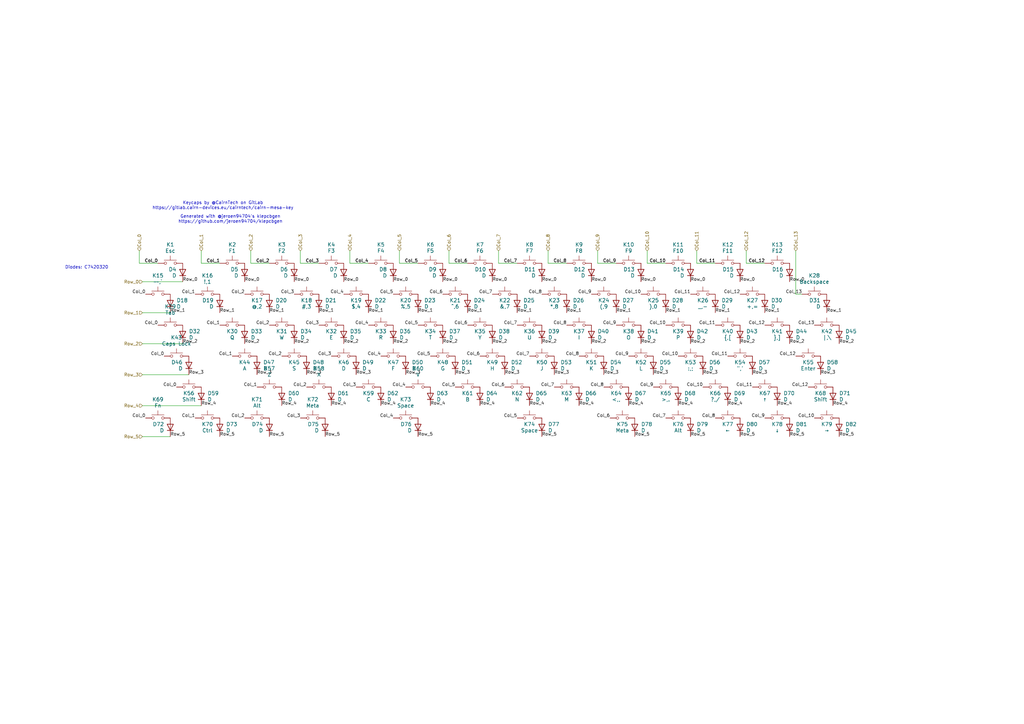
<source format=kicad_sch>
(kicad_sch (version 20240417) (generator "eeschema") (generator_version "8.99")
  (paper "A3")
  (title_block (title "Laptop Keyboard") (date "2024-06-02") (rev "V1.0") (company "Byran Technologies") (comment 1 "https://github.com/zhiayang/mikoto") (comment 2 "Modified from みこと 6.3 by @zhiayang"))
  (text "Diodes: C7420320" (at 35.56 109.728 0) (effects (font (size 1.27 1.27))))
  (text "Generated with @jeroen94704's klepcbgen\nhttps://github.com/jeroen94704/klepcbgen" (at 94.488 89.916 0) (effects (font (size 1.27 1.27))))
  (text "Keycaps by @CairnTech on GitLab\nhttps://gitlab.cairn-devices.eu/cairntech/cairn-mesa-key" (at 91.44 84.328 0) (effects (font (size 1.27 1.27))))
  (wire (pts (xy 58.42 115.57) (xy 74.93 115.57)))
  (wire (pts (xy 82.55 107.95) (xy 90.17 107.95)))
  (wire (pts (xy 285.75 107.95) (xy 293.37 107.95)))
  (wire (pts (xy 184.15 102.87) (xy 184.15 107.95)))
  (wire (pts (xy 57.15 102.87) (xy 57.15 107.95)))
  (wire (pts (xy 326.39 120.65) (xy 328.93 120.65)))
  (wire (pts (xy 123.19 107.95) (xy 130.81 107.95)))
  (wire (pts (xy 285.75 102.87) (xy 285.75 107.95)))
  (wire (pts (xy 204.47 102.87) (xy 204.47 107.95)))
  (wire (pts (xy 224.79 107.95) (xy 232.41 107.95)))
  (wire (pts (xy 163.83 102.87) (xy 163.83 107.95)))
  (wire (pts (xy 58.42 179.07) (xy 69.85 179.07)))
  (wire (pts (xy 265.43 102.87) (xy 265.43 107.95)))
  (wire (pts (xy 58.42 128.27) (xy 69.85 128.27)))
  (wire (pts (xy 306.07 107.95) (xy 313.69 107.95)))
  (wire (pts (xy 265.43 107.95) (xy 273.05 107.95)))
  (wire (pts (xy 58.42 140.97) (xy 74.93 140.97)))
  (wire (pts (xy 143.51 107.95) (xy 151.13 107.95)))
  (wire (pts (xy 123.19 102.87) (xy 123.19 107.95)))
  (wire (pts (xy 58.42 153.67) (xy 77.47 153.67)))
  (wire (pts (xy 306.07 102.87) (xy 306.07 107.95)))
  (wire (pts (xy 245.11 102.87) (xy 245.11 107.95)))
  (wire (pts (xy 102.87 102.87) (xy 102.87 107.95)))
  (wire (pts (xy 57.15 107.95) (xy 64.77 107.95)))
  (wire (pts (xy 245.11 107.95) (xy 252.73 107.95)))
  (wire (pts (xy 224.79 102.87) (xy 224.79 107.95)))
  (wire (pts (xy 326.39 102.87) (xy 326.39 120.65)))
  (wire (pts (xy 102.87 107.95) (xy 110.49 107.95)))
  (wire (pts (xy 82.55 102.87) (xy 82.55 107.95)))
  (wire (pts (xy 204.47 107.95) (xy 212.09 107.95)))
  (wire (pts (xy 143.51 102.87) (xy 143.51 107.95)))
  (wire (pts (xy 163.83 107.95) (xy 171.45 107.95)))
  (wire (pts (xy 58.42 166.37) (xy 82.55 166.37)))
  (wire (pts (xy 184.15 107.95) (xy 191.77 107.95)))
  (label "Col_5" (at 171.45 107.95 180))
  (label "Row_4" (at 115.57 166.37 0))
  (label "Row_4" (at 196.85 166.37 0))
  (label "Col_10" (at 278.13 146.05 180))
  (label "Col_9" (at 267.97 158.75 180))
  (label "Row_4" (at 278.13 166.37 0))
  (label "Col_10" (at 262.89 120.65 180))
  (label "Col_5" (at 171.45 107.95 180))
  (label "Col_4" (at 151.13 133.35 180))
  (label "Col_3" (at 135.89 146.05 180))
  (label "Col_3" (at 130.81 133.35 180))
  (label "Col_6" (at 196.85 146.05 180))
  (label "Col_2" (at 115.57 146.05 180))
  (label "Row_5" (at 133.35 179.07 0))
  (label "Col_7" (at 212.09 107.95 180))
  (label "Row_3" (at 288.29 153.67 0))
  (label "Col_4" (at 151.13 107.95 180))
  (label "Row_3" (at 267.97 153.67 0))
  (label "Col_9" (at 252.73 107.95 180))
  (label "Row_2" (at 222.25 140.97 0))
  (label "Col_5" (at 176.53 146.05 180))
  (label "Col_0" (at 64.77 107.95 180))
  (label "Col_5" (at 161.29 120.65 180))
  (label "Col_6" (at 250.19 171.45 180))
  (label "Row_1" (at 232.41 128.27 0))
  (label "Row_4" (at 341.63 166.37 0))
  (label "Col_1" (at 105.41 158.75 180))
  (label "Row_3" (at 77.47 153.67 0))
  (label "Row_0" (at 140.97 115.57 0))
  (label "Row_0" (at 120.65 115.57 0))
  (label "Row_1" (at 171.45 128.27 0))
  (label "Row_4" (at 257.81 166.37 0))
  (label "Row_2" (at 344.17 140.97 0))
  (label "Col_12" (at 313.69 107.95 180))
  (label "Col_7" (at 212.09 133.35 180))
  (label "Col_9" (at 257.81 146.05 180))
  (label "Col_13" (at 328.93 120.65 180))
  (label "Col_8" (at 247.65 158.75 180))
  (label "Col_6" (at 207.01 158.75 180))
  (label "Col_1" (at 90.17 107.95 180))
  (label "Row_2" (at 100.33 140.97 0))
  (label "Row_3" (at 207.01 153.67 0))
  (label "Col_4" (at 161.29 171.45 180))
  (label "Col_1" (at 80.01 120.65 180))
  (label "Row_1" (at 339.09 128.27 0))
  (label "Col_12" (at 326.39 146.05 180))
  (label "Row_1" (at 273.05 128.27 0))
  (label "Row_2" (at 262.89 140.97 0))
  (label "Row_3" (at 227.33 153.67 0))
  (label "Col_7" (at 217.17 146.05 180))
  (label "Row_5" (at 344.17 179.07 0))
  (label "Row_2" (at 120.65 140.97 0))
  (label "Row_2" (at 201.93 140.97 0))
  (label "Row_3" (at 308.61 153.67 0))
  (label "Row_0" (at 181.61 115.57 0))
  (label "Row_0" (at 222.25 115.57 0))
  (label "Col_5" (at 186.69 158.75 180))
  (label "Col_11" (at 293.37 107.95 180))
  (label "Col_12" (at 303.53 120.65 180))
  (label "Col_0" (at 67.31 146.05 180))
  (label "Col_8" (at 232.41 133.35 180))
  (label "Col_11" (at 283.21 120.65 180))
  (label "Col_5" (at 212.09 171.45 180))
  (label "Col_6" (at 191.77 107.95 180))
  (label "Row_2" (at 303.53 140.97 0))
  (label "Row_4" (at 176.53 166.37 0))
  (label "Row_5" (at 283.21 179.07 0))
  (label "Col_11" (at 293.37 133.35 180))
  (label "Col_11" (at 293.37 107.95 180))
  (label "Col_11" (at 298.45 146.05 180))
  (label "Col_4" (at 166.37 158.75 180))
  (label "Row_5" (at 171.45 179.07 0))
  (label "Col_8" (at 222.25 120.65 180))
  (label "Col_8" (at 237.49 146.05 180))
  (label "Col_1" (at 90.17 133.35 180))
  (label "Col_0" (at 64.77 107.95 180))
  (label "Row_1" (at 151.13 128.27 0))
  (label "Row_0" (at 201.93 115.57 0))
  (label "Row_4" (at 135.89 166.37 0))
  (label "Col_2" (at 125.73 158.75 180))
  (label "Col_5" (at 171.45 133.35 180))
  (label "Row_3" (at 247.65 153.67 0))
  (label "Row_4" (at 82.55 166.37 0))
  (label "Row_5" (at 110.49 179.07 0))
  (label "Col_0" (at 59.69 120.65 180))
  (label "Col_2" (at 110.49 107.95 180))
  (label "Row_3" (at 336.55 153.67 0))
  (label "Col_1" (at 90.17 107.95 180))
  (label "Col_9" (at 252.73 107.95 180))
  (label "Row_0" (at 161.29 115.57 0))
  (label "Row_1" (at 191.77 128.27 0))
  (label "Col_8" (at 293.37 171.45 180))
  (label "Col_4" (at 140.97 120.65 180))
  (label "Col_2" (at 100.33 120.65 180))
  (label "Row_3" (at 125.73 153.67 0))
  (label "Col_6" (at 181.61 120.65 180))
  (label "Col_8" (at 232.41 107.95 180))
  (label "Row_1" (at 130.81 128.27 0))
  (label "Row_2" (at 161.29 140.97 0))
  (label "Row_3" (at 186.69 153.67 0))
  (label "Row_0" (at 74.93 115.57 0))
  (label "Row_1" (at 293.37 128.27 0))
  (label "Col_0" (at 64.77 133.35 180))
  (label "Row_4" (at 156.21 166.37 0))
  (label "Row_0" (at 262.89 115.57 0))
  (label "Col_12" (at 313.69 133.35 180))
  (label "Col_10" (at 273.05 107.95 180))
  (label "Row_0" (at 242.57 115.57 0))
  (label "Row_5" (at 90.17 179.07 0))
  (label "Row_5" (at 69.85 179.07 0))
  (label "Row_0" (at 323.85 115.57 0))
  (label "Row_4" (at 237.49 166.37 0))
  (label "Row_1" (at 110.49 128.27 0))
  (label "Col_7" (at 201.93 120.65 180))
  (label "Col_9" (at 242.57 120.65 180))
  (label "Col_10" (at 273.05 133.35 180))
  (label "Row_3" (at 105.41 153.67 0))
  (label "Col_10" (at 288.29 158.75 180))
  (label "Col_3" (at 130.81 107.95 180))
  (label "Row_1" (at 212.09 128.27 0))
  (label "Col_8" (at 232.41 107.95 180))
  (label "Row_0" (at 283.21 115.57 0))
  (label "Row_2" (at 74.93 140.97 0))
  (label "Row_5" (at 222.25 179.07 0))
  (label "Row_2" (at 323.85 140.97 0))
  (label "Col_3" (at 123.19 171.45 180))
  (label "Col_6" (at 191.77 133.35 180))
  (label "Row_1" (at 90.17 128.27 0))
  (label "Col_1" (at 80.01 171.45 180))
  (label "Col_7" (at 212.09 107.95 180))
  (label "Row_3" (at 166.37 153.67 0))
  (label "Col_10" (at 273.05 107.95 180))
  (label "Col_3" (at 120.65 120.65 180))
  (label "Row_0" (at 100.33 115.57 0))
  (label "Col_13" (at 334.01 133.35 180))
  (label "Col_0" (at 59.69 171.45 180))
  (label "Row_2" (at 181.61 140.97 0))
  (label "Row_5" (at 323.85 179.07 0))
  (label "Row_4" (at 217.17 166.37 0))
  (label "Row_1" (at 313.69 128.27 0))
  (label "Col_9" (at 313.69 171.45 180))
  (label "Col_10" (at 334.01 171.45 180))
  (label "Row_2" (at 242.57 140.97 0))
  (label "Row_1" (at 252.73 128.27 0))
  (label "Col_2" (at 110.49 107.95 180))
  (label "Col_2" (at 100.33 171.45 180))
  (label "Col_7" (at 273.05 171.45 180))
  (label "Row_3" (at 146.05 153.67 0))
  (label "Col_3" (at 130.81 107.95 180))
  (label "Row_4" (at 298.45 166.37 0))
  (label "Row_2" (at 140.97 140.97 0))
  (label "Col_0" (at 72.39 158.75 180))
  (label "Row_0" (at 303.53 115.57 0))
  (label "Col_11" (at 308.61 158.75 180))
  (label "Row_5" (at 260.35 179.07 0))
  (label "Col_4" (at 156.21 146.05 180))
  (label "Col_7" (at 227.33 158.75 180))
  (label "Col_1" (at 95.25 146.05 180))
  (label "Row_1" (at 69.85 128.27 0))
  (label "Col_12" (at 331.47 158.75 180))
  (label "Row_4" (at 318.77 166.37 0))
  (label "Row_2" (at 283.21 140.97 0))
  (label "Col_6" (at 191.77 107.95 180))
  (label "Row_5" (at 303.53 179.07 0))
  (label "Col_9" (at 252.73 133.35 180))
  (label "Col_3" (at 146.05 158.75 180))
  (label "Col_4" (at 151.13 107.95 180))
  (label "Col_2" (at 110.49 133.35 180))
  (label "Col_12" (at 313.69 107.95 180))
  (hierarchical_label "Col_11" (shape input) (at 285.75 102.87 90))
  (hierarchical_label "Row_1" (shape input) (at 58.42 128.27 180))
  (hierarchical_label "Col_2" (shape input) (at 102.87 102.87 90))
  (hierarchical_label "Col_1" (shape input) (at 82.55 102.87 90))
  (hierarchical_label "Col_8" (shape input) (at 224.79 102.87 90))
  (hierarchical_label "Row_3" (shape input) (at 58.42 153.67 180))
  (hierarchical_label "Col_7" (shape input) (at 204.47 102.87 90))
  (hierarchical_label "Row_5" (shape input) (at 58.42 179.07 180))
  (hierarchical_label "Row_2" (shape input) (at 58.42 140.97 180))
  (hierarchical_label "Col_3" (shape input) (at 123.19 102.87 90))
  (hierarchical_label "Col_12" (shape input) (at 306.07 102.87 90))
  (hierarchical_label "Row_0" (shape input) (at 58.42 115.57 180))
  (hierarchical_label "Col_4" (shape input) (at 143.51 102.87 90))
  (hierarchical_label "Col_5" (shape input) (at 163.83 102.87 90))
  (hierarchical_label "Row_4" (shape input) (at 58.42 166.37 180))
  (hierarchical_label "Col_0" (shape input) (at 57.15 102.87 90))
  (hierarchical_label "Col_9" (shape input) (at 245.11 102.87 90))
  (hierarchical_label "Col_13" (shape input) (at 326.39 102.87 90))
  (hierarchical_label "Col_6" (shape input) (at 184.15 102.87 90))
  (hierarchical_label "Col_10" (shape input) (at 265.43 102.87 90))
  (symbol (lib_id "Switch:SW_Push") (at 64.77 171.45 0) (unit 1)
    (property "Reference" "K69" (at 64.77 163.83 0) (effects (font (size 1.524 1.524))))
    (property "Value" "Fn" (at 64.77 166.37 0) (effects (font (size 1.524 1.524))))
    (property "Footprint" "Cherry_ULP:Cherry_ULP_SMD" (effects (hide yes)))
  )
  (symbol (lib_id "Device:D") (at 110.49 124.46 90) (unit 1)
    (property "Reference" "D20" (at 113.03 123.1899 90) (effects (font (size 1.524 1.524)) (justify right)))
    (property "Value" "D" (at 113.03 125.7299 90) (effects (font (size 1.524 1.524)) (justify right)))
    (property "Footprint" "Diode_SMD:D_SOD-523" (effects (hide yes)))
  )
  (symbol (lib_id "Switch:SW_Push") (at 262.89 146.05 0) (unit 1)
    (property "Reference" "K52" (at 262.89 148.59 0) (effects (font (size 1.524 1.524))))
    (property "Value" "L" (at 262.89 151.13 0) (effects (font (size 1.524 1.524))))
    (property "Footprint" "Cherry_ULP:Cherry_ULP_SMD" (effects (hide yes)))
  )
  (symbol (lib_id "Device:D") (at 176.53 162.56 90) (unit 1)
    (property "Reference" "D63" (at 179.07 161.2899 90) (effects (font (size 1.524 1.524)) (justify right)))
    (property "Value" "D" (at 179.07 163.8299 90) (effects (font (size 1.524 1.524)) (justify right)))
    (property "Footprint" "Diode_SMD:D_SOD-523" (effects (hide yes)))
  )
  (symbol (lib_id "Switch:SW_Push") (at 95.25 107.95 0) (unit 1)
    (property "Reference" "K2" (at 95.25 100.33 0) (effects (font (size 1.524 1.524))))
    (property "Value" "F1" (at 95.25 102.87 0) (effects (font (size 1.524 1.524))))
    (property "Footprint" "Cherry_ULP:Cherry_ULP_SMD" (effects (hide yes)))
  )
  (symbol (lib_id "Device:D") (at 201.93 111.76 90) (unit 1)
    (property "Reference" "D10" (at 199.39 110.4899 90) (effects (font (size 1.524 1.524)) (justify left)))
    (property "Value" "D" (at 199.39 113.0299 90) (effects (font (size 1.524 1.524)) (justify left)))
    (property "Footprint" "Diode_SMD:D_SOD-523" (effects (hide yes)))
  )
  (symbol (lib_id "Switch:SW_Push") (at 146.05 120.65 0) (unit 1)
    (property "Reference" "K19" (at 146.05 123.19 0) (effects (font (size 1.524 1.524))))
    (property "Value" "$,4" (at 146.05 125.73 0) (effects (font (size 1.524 1.524))))
    (property "Footprint" "Cherry_ULP:Cherry_ULP_SMD" (effects (hide yes)))
  )
  (symbol (lib_id "Switch:SW_Push") (at 267.97 120.65 0) (unit 1)
    (property "Reference" "K25" (at 267.97 123.19 0) (effects (font (size 1.524 1.524))))
    (property "Value" "),0" (at 267.97 125.73 0) (effects (font (size 1.524 1.524))))
    (property "Footprint" "Cherry_ULP:Cherry_ULP_SMD" (effects (hide yes)))
  )
  (symbol (lib_id "Switch:SW_Push") (at 85.09 120.65 0) (unit 1)
    (property "Reference" "K16" (at 85.09 113.03 0) (effects (font (size 1.524 1.524))))
    (property "Value" "!,1" (at 85.09 115.57 0) (effects (font (size 1.524 1.524))))
    (property "Footprint" "Cherry_ULP:Cherry_ULP_SMD" (effects (hide yes)))
  )
  (symbol (lib_id "Device:D") (at 69.85 124.46 90) (unit 1)
    (property "Reference" "D18" (at 72.39 123.1899 90) (effects (font (size 1.524 1.524)) (justify right)))
    (property "Value" "D" (at 72.39 125.7299 90) (effects (font (size 1.524 1.524)) (justify right)))
    (property "Footprint" "Diode_SMD:D_SOD-523" (effects (hide yes)))
  )
  (symbol (lib_id "Switch:SW_Push") (at 156.21 133.35 0) (unit 1)
    (property "Reference" "K33" (at 156.21 135.89 0) (effects (font (size 1.524 1.524))))
    (property "Value" "R" (at 156.21 138.43 0) (effects (font (size 1.524 1.524))))
    (property "Footprint" "Cherry_ULP:Cherry_ULP_SMD" (effects (hide yes)))
  )
  (symbol (lib_id "Device:D") (at 120.65 111.76 90) (unit 1)
    (property "Reference" "D6" (at 118.11 110.4899 90) (effects (font (size 1.524 1.524)) (justify left)))
    (property "Value" "D" (at 118.11 113.0299 90) (effects (font (size 1.524 1.524)) (justify left)))
    (property "Footprint" "Diode_SMD:D_SOD-523" (effects (hide yes)))
  )
  (symbol (lib_id "Switch:SW_Push") (at 255.27 171.45 0) (unit 1)
    (property "Reference" "K75" (at 255.27 173.99 0) (effects (font (size 1.524 1.524))))
    (property "Value" "Meta" (at 255.27 176.53 0) (effects (font (size 1.524 1.524))))
    (property "Footprint" "Cherry_ULP:Cherry_ULP_SMD" (effects (hide yes)))
  )
  (symbol (lib_id "Switch:SW_Push") (at 201.93 146.05 0) (unit 1)
    (property "Reference" "K49" (at 201.93 148.59 0) (effects (font (size 1.524 1.524))))
    (property "Value" "H" (at 201.93 151.13 0) (effects (font (size 1.524 1.524))))
    (property "Footprint" "Cherry_ULP:Cherry_ULP_SMD" (effects (hide yes)))
  )
  (symbol (lib_id "Device:D") (at 237.49 162.56 90) (unit 1)
    (property "Reference" "D66" (at 240.03 161.2899 90) (effects (font (size 1.524 1.524)) (justify right)))
    (property "Value" "D" (at 240.03 163.8299 90) (effects (font (size 1.524 1.524)) (justify right)))
    (property "Footprint" "Diode_SMD:D_SOD-523" (effects (hide yes)))
  )
  (symbol (lib_id "Device:D") (at 181.61 111.76 90) (unit 1)
    (property "Reference" "D9" (at 179.07 110.4899 90) (effects (font (size 1.524 1.524)) (justify left)))
    (property "Value" "D" (at 179.07 113.0299 90) (effects (font (size 1.524 1.524)) (justify left)))
    (property "Footprint" "Diode_SMD:D_SOD-523" (effects (hide yes)))
  )
  (symbol (lib_id "Device:D") (at 120.65 137.16 90) (unit 1)
    (property "Reference" "D34" (at 123.19 135.8899 90) (effects (font (size 1.524 1.524)) (justify right)))
    (property "Value" "D" (at 123.19 138.4299 90) (effects (font (size 1.524 1.524)) (justify right)))
    (property "Footprint" "Diode_SMD:D_SOD-523" (effects (hide yes)))
  )
  (symbol (lib_id "Switch:SW_Push") (at 298.45 171.45 0) (unit 1)
    (property "Reference" "K77" (at 298.45 173.99 0) (effects (font (size 1.524 1.524))))
    (property "Value" "←" (at 298.45 176.53 0) (effects (font (size 1.524 1.524))))
    (property "Footprint" "Cherry_ULP:Cherry_ULP_SMD" (effects (hide yes)))
  )
  (symbol (lib_id "Device:D") (at 201.93 137.16 90) (unit 1)
    (property "Reference" "D38" (at 204.47 135.8899 90) (effects (font (size 1.524 1.524)) (justify right)))
    (property "Value" "D" (at 204.47 138.4299 90) (effects (font (size 1.524 1.524)) (justify right)))
    (property "Footprint" "Diode_SMD:D_SOD-523" (effects (hide yes)))
  )
  (symbol (lib_id "Switch:SW_Push") (at 318.77 171.45 0) (unit 1)
    (property "Reference" "K78" (at 318.77 173.99 0) (effects (font (size 1.524 1.524))))
    (property "Value" "↓" (at 318.77 176.53 0) (effects (font (size 1.524 1.524))))
    (property "Footprint" "Cherry_ULP:Cherry_ULP_SMD" (effects (hide yes)))
  )
  (symbol (lib_id "Switch:SW_Push") (at 339.09 171.45 0) (unit 1)
    (property "Reference" "K79" (at 339.09 173.99 0) (effects (font (size 1.524 1.524))))
    (property "Value" "→" (at 339.09 176.53 0) (effects (font (size 1.524 1.524))))
    (property "Footprint" "Cherry_ULP:Cherry_ULP_SMD" (effects (hide yes)))
  )
  (symbol (lib_id "Device:D") (at 252.73 124.46 90) (unit 1)
    (property "Reference" "D27" (at 255.27 123.1899 90) (effects (font (size 1.524 1.524)) (justify right)))
    (property "Value" "D" (at 255.27 125.7299 90) (effects (font (size 1.524 1.524)) (justify right)))
    (property "Footprint" "Diode_SMD:D_SOD-523" (effects (hide yes)))
  )
  (symbol (lib_id "Device:D") (at 90.17 175.26 90) (unit 1)
    (property "Reference" "D73" (at 92.71 173.9899 90) (effects (font (size 1.524 1.524)) (justify right)))
    (property "Value" "D" (at 92.71 176.5299 90) (effects (font (size 1.524 1.524)) (justify right)))
    (property "Footprint" "Diode_SMD:D_SOD-523" (effects (hide yes)))
  )
  (symbol (lib_id "Device:D") (at 323.85 111.76 90) (unit 1)
    (property "Reference" "D16" (at 321.31 110.4899 90) (effects (font (size 1.524 1.524)) (justify left)))
    (property "Value" "D" (at 321.31 113.0299 90) (effects (font (size 1.524 1.524)) (justify left)))
    (property "Footprint" "Diode_SMD:D_SOD-523" (effects (hide yes)))
  )
  (symbol (lib_id "Device:D") (at 135.89 162.56 90) (unit 1)
    (property "Reference" "D61" (at 138.43 161.2899 90) (effects (font (size 1.524 1.524)) (justify right)))
    (property "Value" "D" (at 138.43 163.8299 90) (effects (font (size 1.524 1.524)) (justify right)))
    (property "Footprint" "Diode_SMD:D_SOD-523" (effects (hide yes)))
  )
  (symbol (lib_id "Switch:SW_Push") (at 191.77 158.75 0) (unit 1)
    (property "Reference" "K61" (at 191.77 161.29 0) (effects (font (size 1.524 1.524))))
    (property "Value" "B" (at 191.77 163.83 0) (effects (font (size 1.524 1.524))))
    (property "Footprint" "Cherry_ULP:Cherry_ULP_SMD" (effects (hide yes)))
  )
  (symbol (lib_id "Switch:SW_Push") (at 110.49 158.75 0) (unit 1)
    (property "Reference" "K57" (at 110.49 151.13 0) (effects (font (size 1.524 1.524))))
    (property "Value" "Z" (at 110.49 153.67 0) (effects (font (size 1.524 1.524))))
    (property "Footprint" "Cherry_ULP:Cherry_ULP_SMD" (effects (hide yes)))
  )
  (symbol (lib_id "Device:D") (at 186.69 149.86 90) (unit 1)
    (property "Reference" "D51" (at 189.23 148.5899 90) (effects (font (size 1.524 1.524)) (justify right)))
    (property "Value" "D" (at 189.23 151.1299 90) (effects (font (size 1.524 1.524)) (justify right)))
    (property "Footprint" "Diode_SMD:D_SOD-523" (effects (hide yes)))
  )
  (symbol (lib_id "Switch:SW_Push") (at 176.53 133.35 0) (unit 1)
    (property "Reference" "K34" (at 176.53 135.89 0) (effects (font (size 1.524 1.524))))
    (property "Value" "T" (at 176.53 138.43 0) (effects (font (size 1.524 1.524))))
    (property "Footprint" "Cherry_ULP:Cherry_ULP_SMD" (effects (hide yes)))
  )
  (symbol (lib_id "Switch:SW_Push") (at 237.49 133.35 0) (unit 1)
    (property "Reference" "K37" (at 237.49 135.89 0) (effects (font (size 1.524 1.524))))
    (property "Value" "I" (at 237.49 138.43 0) (effects (font (size 1.524 1.524))))
    (property "Footprint" "Cherry_ULP:Cherry_ULP_SMD" (effects (hide yes)))
  )
  (symbol (lib_id "Device:D") (at 140.97 111.76 90) (unit 1)
    (property "Reference" "D7" (at 138.43 110.4899 90) (effects (font (size 1.524 1.524)) (justify left)))
    (property "Value" "D" (at 138.43 113.0299 90) (effects (font (size 1.524 1.524)) (justify left)))
    (property "Footprint" "Diode_SMD:D_SOD-523" (effects (hide yes)))
  )
  (symbol (lib_id "Device:D") (at 303.53 175.26 90) (unit 1)
    (property "Reference" "D80" (at 306.07 173.9899 90) (effects (font (size 1.524 1.524)) (justify right)))
    (property "Value" "D" (at 306.07 176.5299 90) (effects (font (size 1.524 1.524)) (justify right)))
    (property "Footprint" "Diode_SMD:D_SOD-523" (effects (hide yes)))
  )
  (symbol (lib_id "Switch:SW_Push") (at 257.81 107.95 0) (unit 1)
    (property "Reference" "K10" (at 257.81 100.33 0) (effects (font (size 1.524 1.524))))
    (property "Value" "F9" (at 257.81 102.87 0) (effects (font (size 1.524 1.524))))
    (property "Footprint" "Cherry_ULP:Cherry_ULP_SMD" (effects (hide yes)))
  )
  (symbol (lib_id "Device:D") (at 283.21 175.26 90) (unit 1)
    (property "Reference" "D79" (at 285.75 173.9899 90) (effects (font (size 1.524 1.524)) (justify right)))
    (property "Value" "D" (at 285.75 176.5299 90) (effects (font (size 1.524 1.524)) (justify right)))
    (property "Footprint" "Diode_SMD:D_SOD-523" (effects (hide yes)))
  )
  (symbol (lib_id "Switch:SW_Push") (at 64.77 120.65 0) (unit 1)
    (property "Reference" "K15" (at 64.77 113.03 0) (effects (font (size 1.524 1.524))))
    (property "Value" "~~,`" (at 64.77 115.57 0) (effects (font (size 1.524 1.524))))
    (property "Footprint" "Cherry_ULP:Cherry_ULP_SMD" (effects (hide yes)))
  )
  (symbol (lib_id "Device:D") (at 341.63 162.56 90) (unit 1)
    (property "Reference" "D71" (at 344.17 161.2899 90) (effects (font (size 1.524 1.524)) (justify right)))
    (property "Value" "D" (at 344.17 163.8299 90) (effects (font (size 1.524 1.524)) (justify right)))
    (property "Footprint" "Diode_SMD:D_SOD-523" (effects (hide yes)))
  )
  (symbol (lib_id "Switch:SW_Push") (at 227.33 120.65 0) (unit 1)
    (property "Reference" "K23" (at 227.33 123.19 0) (effects (font (size 1.524 1.524))))
    (property "Value" "*,8" (at 227.33 125.73 0) (effects (font (size 1.524 1.524))))
    (property "Footprint" "Cherry_ULP:Cherry_ULP_SMD" (effects (hide yes)))
  )
  (symbol (lib_id "Device:D") (at 227.33 149.86 90) (unit 1)
    (property "Reference" "D53" (at 229.87 148.5899 90) (effects (font (size 1.524 1.524)) (justify right)))
    (property "Value" "D" (at 229.87 151.1299 90) (effects (font (size 1.524 1.524)) (justify right)))
    (property "Footprint" "Diode_SMD:D_SOD-523" (effects (hide yes)))
  )
  (symbol (lib_id "Device:D") (at 288.29 149.86 90) (unit 1)
    (property "Reference" "D56" (at 290.83 148.5899 90) (effects (font (size 1.524 1.524)) (justify right)))
    (property "Value" "D" (at 290.83 151.1299 90) (effects (font (size 1.524 1.524)) (justify right)))
    (property "Footprint" "Diode_SMD:D_SOD-523" (effects (hide yes)))
  )
  (symbol (lib_id "Switch:SW_Push") (at 257.81 133.35 0) (unit 1)
    (property "Reference" "K38" (at 257.81 135.89 0) (effects (font (size 1.524 1.524))))
    (property "Value" "O" (at 257.81 138.43 0) (effects (font (size 1.524 1.524))))
    (property "Footprint" "Cherry_ULP:Cherry_ULP_SMD" (effects (hide yes)))
  )
  (symbol (lib_id "Device:D") (at 313.69 124.46 90) (unit 1)
    (property "Reference" "D30" (at 316.23 123.1899 90) (effects (font (size 1.524 1.524)) (justify right)))
    (property "Value" "D" (at 316.23 125.7299 90) (effects (font (size 1.524 1.524)) (justify right)))
    (property "Footprint" "Diode_SMD:D_SOD-523" (effects (hide yes)))
  )
  (symbol (lib_id "Device:D") (at 303.53 137.16 90) (unit 1)
    (property "Reference" "D43" (at 306.07 135.8899 90) (effects (font (size 1.524 1.524)) (justify right)))
    (property "Value" "D" (at 306.07 138.4299 90) (effects (font (size 1.524 1.524)) (justify right)))
    (property "Footprint" "Diode_SMD:D_SOD-523" (effects (hide yes)))
  )
  (symbol (lib_id "Device:D") (at 74.93 111.76 90) (unit 1)
    (property "Reference" "D4" (at 72.39 110.4899 90) (effects (font (size 1.524 1.524)) (justify left)))
    (property "Value" "D" (at 72.39 113.0299 90) (effects (font (size 1.524 1.524)) (justify left)))
    (property "Footprint" "Diode_SMD:D_SOD-523" (effects (hide yes)))
  )
  (symbol (lib_id "Device:D") (at 115.57 162.56 90) (unit 1)
    (property "Reference" "D60" (at 118.11 161.2899 90) (effects (font (size 1.524 1.524)) (justify right)))
    (property "Value" "D" (at 118.11 163.8299 90) (effects (font (size 1.524 1.524)) (justify right)))
    (property "Footprint" "Diode_SMD:D_SOD-523" (effects (hide yes)))
  )
  (symbol (lib_id "Switch:SW_Push") (at 278.13 171.45 0) (unit 1)
    (property "Reference" "K76" (at 278.13 173.99 0) (effects (font (size 1.524 1.524))))
    (property "Value" "Alt" (at 278.13 176.53 0) (effects (font (size 1.524 1.524))))
    (property "Footprint" "Cherry_ULP:Cherry_ULP_SMD" (effects (hide yes)))
  )
  (symbol (lib_id "Switch:SW_Push") (at 331.47 146.05 0) (unit 1)
    (property "Reference" "K55" (at 331.47 148.59 0) (effects (font (size 1.524 1.524))))
    (property "Value" "Enter" (at 331.47 151.13 0) (effects (font (size 1.524 1.524))))
    (property "Footprint" "Cherry_ULP:Cherry_ULP_SMD" (effects (hide yes)))
  )
  (symbol (lib_id "Device:D") (at 125.73 149.86 90) (unit 1)
    (property "Reference" "D48" (at 128.27 148.5899 90) (effects (font (size 1.524 1.524)) (justify right)))
    (property "Value" "D" (at 128.27 151.1299 90) (effects (font (size 1.524 1.524)) (justify right)))
    (property "Footprint" "Diode_SMD:D_SOD-523" (effects (hide yes)))
  )
  (symbol (lib_id "Device:D") (at 130.81 124.46 90) (unit 1)
    (property "Reference" "D21" (at 133.35 123.1899 90) (effects (font (size 1.524 1.524)) (justify right)))
    (property "Value" "D" (at 133.35 125.7299 90) (effects (font (size 1.524 1.524)) (justify right)))
    (property "Footprint" "Diode_SMD:D_SOD-523" (effects (hide yes)))
  )
  (symbol (lib_id "Device:D") (at 207.01 149.86 90) (unit 1)
    (property "Reference" "D52" (at 209.55 148.5899 90) (effects (font (size 1.524 1.524)) (justify right)))
    (property "Value" "D" (at 209.55 151.1299 90) (effects (font (size 1.524 1.524)) (justify right)))
    (property "Footprint" "Diode_SMD:D_SOD-523" (effects (hide yes)))
  )
  (symbol (lib_id "Device:D") (at 133.35 175.26 90) (unit 1)
    (property "Reference" "D75" (at 130.81 173.9899 90) (effects (font (size 1.524 1.524)) (justify left)))
    (property "Value" "D" (at 130.81 176.5299 90) (effects (font (size 1.524 1.524)) (justify left)))
    (property "Footprint" "Diode_SMD:D_SOD-523" (effects (hide yes)))
  )
  (symbol (lib_id "Switch:SW_Push") (at 278.13 107.95 0) (unit 1)
    (property "Reference" "K11" (at 278.13 100.33 0) (effects (font (size 1.524 1.524))))
    (property "Value" "F10" (at 278.13 102.87 0) (effects (font (size 1.524 1.524))))
    (property "Footprint" "Cherry_ULP:Cherry_ULP_SMD" (effects (hide yes)))
  )
  (symbol (lib_id "Device:D") (at 110.49 175.26 90) (unit 1)
    (property "Reference" "D74" (at 107.95 173.9899 90) (effects (font (size 1.524 1.524)) (justify left)))
    (property "Value" "D" (at 107.95 176.5299 90) (effects (font (size 1.524 1.524)) (justify left)))
    (property "Footprint" "Diode_SMD:D_SOD-523" (effects (hide yes)))
  )
  (symbol (lib_id "Switch:SW_Push") (at 115.57 133.35 0) (unit 1)
    (property "Reference" "K31" (at 115.57 135.89 0) (effects (font (size 1.524 1.524))))
    (property "Value" "W" (at 115.57 138.43 0) (effects (font (size 1.524 1.524))))
    (property "Footprint" "Cherry_ULP:Cherry_ULP_SMD" (effects (hide yes)))
  )
  (symbol (lib_id "Device:D") (at 171.45 124.46 90) (unit 1)
    (property "Reference" "D23" (at 173.99 123.1899 90) (effects (font (size 1.524 1.524)) (justify right)))
    (property "Value" "D" (at 173.99 125.7299 90) (effects (font (size 1.524 1.524)) (justify right)))
    (property "Footprint" "Diode_SMD:D_SOD-523" (effects (hide yes)))
  )
  (symbol (lib_id "Device:D") (at 323.85 175.26 90) (unit 1)
    (property "Reference" "D81" (at 326.39 173.9899 90) (effects (font (size 1.524 1.524)) (justify right)))
    (property "Value" "D" (at 326.39 176.5299 90) (effects (font (size 1.524 1.524)) (justify right)))
    (property "Footprint" "Diode_SMD:D_SOD-523" (effects (hide yes)))
  )
  (symbol (lib_id "Device:D") (at 100.33 137.16 90) (unit 1)
    (property "Reference" "D33" (at 102.87 135.8899 90) (effects (font (size 1.524 1.524)) (justify right)))
    (property "Value" "D" (at 102.87 138.4299 90) (effects (font (size 1.524 1.524)) (justify right)))
    (property "Footprint" "Diode_SMD:D_SOD-523" (effects (hide yes)))
  )
  (symbol (lib_id "Device:D") (at 283.21 111.76 90) (unit 1)
    (property "Reference" "D14" (at 280.67 110.4899 90) (effects (font (size 1.524 1.524)) (justify left)))
    (property "Value" "D" (at 280.67 113.0299 90) (effects (font (size 1.524 1.524)) (justify left)))
    (property "Footprint" "Diode_SMD:D_SOD-523" (effects (hide yes)))
  )
  (symbol (lib_id "Device:D") (at 247.65 149.86 90) (unit 1)
    (property "Reference" "D54" (at 250.19 148.5899 90) (effects (font (size 1.524 1.524)) (justify right)))
    (property "Value" "D" (at 250.19 151.1299 90) (effects (font (size 1.524 1.524)) (justify right)))
    (property "Footprint" "Diode_SMD:D_SOD-523" (effects (hide yes)))
  )
  (symbol (lib_id "Switch:SW_Push") (at 339.09 133.35 0) (unit 1)
    (property "Reference" "K42" (at 339.09 135.89 0) (effects (font (size 1.524 1.524))))
    (property "Value" "|,\\" (at 339.09 138.43 0) (effects (font (size 1.524 1.524))))
    (property "Footprint" "Cherry_ULP:Cherry_ULP_SMD" (effects (hide yes)))
  )
  (symbol (lib_id "Switch:SW_Push") (at 85.09 171.45 0) (unit 1)
    (property "Reference" "K70" (at 85.09 173.99 0) (effects (font (size 1.524 1.524))))
    (property "Value" "Ctrl" (at 85.09 176.53 0) (effects (font (size 1.524 1.524))))
    (property "Footprint" "Cherry_ULP:Cherry_ULP_SMD" (effects (hide yes)))
  )
  (symbol (lib_id "Switch:SW_Push") (at 69.85 107.95 0) (unit 1)
    (property "Reference" "K1" (at 69.85 100.33 0) (effects (font (size 1.524 1.524))))
    (property "Value" "Esc" (at 69.85 102.87 0) (effects (font (size 1.524 1.524))))
    (property "Footprint" "Cherry_ULP:Cherry_ULP_SMD" (effects (hide yes)))
  )
  (symbol (lib_id "Switch:SW_Push") (at 278.13 133.35 0) (unit 1)
    (property "Reference" "K39" (at 278.13 135.89 0) (effects (font (size 1.524 1.524))))
    (property "Value" "P" (at 278.13 138.43 0) (effects (font (size 1.524 1.524))))
    (property "Footprint" "Cherry_ULP:Cherry_ULP_SMD" (effects (hide yes)))
  )
  (symbol (lib_id "Device:D") (at 222.25 137.16 90) (unit 1)
    (property "Reference" "D39" (at 224.79 135.8899 90) (effects (font (size 1.524 1.524)) (justify right)))
    (property "Value" "D" (at 224.79 138.4299 90) (effects (font (size 1.524 1.524)) (justify right)))
    (property "Footprint" "Diode_SMD:D_SOD-523" (effects (hide yes)))
  )
  (symbol (lib_id "Switch:SW_Push") (at 156.21 107.95 0) (unit 1)
    (property "Reference" "K5" (at 156.21 100.33 0) (effects (font (size 1.524 1.524))))
    (property "Value" "F4" (at 156.21 102.87 0) (effects (font (size 1.524 1.524))))
    (property "Footprint" "Cherry_ULP:Cherry_ULP_SMD" (effects (hide yes)))
  )
  (symbol (lib_id "Device:D") (at 74.93 137.16 90) (unit 1)
    (property "Reference" "D32" (at 77.47 135.8899 90) (effects (font (size 1.524 1.524)) (justify right)))
    (property "Value" "D" (at 77.47 138.4299 90) (effects (font (size 1.524 1.524)) (justify right)))
    (property "Footprint" "Diode_SMD:D_SOD-523" (effects (hide yes)))
  )
  (symbol (lib_id "Device:D") (at 151.13 124.46 90) (unit 1)
    (property "Reference" "D22" (at 153.67 123.1899 90) (effects (font (size 1.524 1.524)) (justify right)))
    (property "Value" "D" (at 153.67 125.7299 90) (effects (font (size 1.524 1.524)) (justify right)))
    (property "Footprint" "Diode_SMD:D_SOD-523" (effects (hide yes)))
  )
  (symbol (lib_id "Switch:SW_Push") (at 298.45 133.35 0) (unit 1)
    (property "Reference" "K40" (at 298.45 135.89 0) (effects (font (size 1.524 1.524))))
    (property "Value" "{,[" (at 298.45 138.43 0) (effects (font (size 1.524 1.524))))
    (property "Footprint" "Cherry_ULP:Cherry_ULP_SMD" (effects (hide yes)))
  )
  (symbol (lib_id "Switch:SW_Push") (at 135.89 107.95 0) (unit 1)
    (property "Reference" "K4" (at 135.89 100.33 0) (effects (font (size 1.524 1.524))))
    (property "Value" "F3" (at 135.89 102.87 0) (effects (font (size 1.524 1.524))))
    (property "Footprint" "Cherry_ULP:Cherry_ULP_SMD" (effects (hide yes)))
  )
  (symbol (lib_id "Device:D") (at 262.89 111.76 90) (unit 1)
    (property "Reference" "D13" (at 260.35 110.4899 90) (effects (font (size 1.524 1.524)) (justify left)))
    (property "Value" "D" (at 260.35 113.0299 90) (effects (font (size 1.524 1.524)) (justify left)))
    (property "Footprint" "Diode_SMD:D_SOD-523" (effects (hide yes)))
  )
  (symbol (lib_id "Device:D") (at 344.17 137.16 90) (unit 1)
    (property "Reference" "D45" (at 346.71 135.8899 90) (effects (font (size 1.524 1.524)) (justify right)))
    (property "Value" "D" (at 346.71 138.4299 90) (effects (font (size 1.524 1.524)) (justify right)))
    (property "Footprint" "Diode_SMD:D_SOD-523" (effects (hide yes)))
  )
  (symbol (lib_id "Device:D") (at 308.61 149.86 90) (unit 1)
    (property "Reference" "D57" (at 311.15 148.5899 90) (effects (font (size 1.524 1.524)) (justify right)))
    (property "Value" "D" (at 311.15 151.1299 90) (effects (font (size 1.524 1.524)) (justify right)))
    (property "Footprint" "Diode_SMD:D_SOD-523" (effects (hide yes)))
  )
  (symbol (lib_id "Device:D") (at 212.09 124.46 90) (unit 1)
    (property "Reference" "D25" (at 214.63 123.1899 90) (effects (font (size 1.524 1.524)) (justify right)))
    (property "Value" "D" (at 214.63 125.7299 90) (effects (font (size 1.524 1.524)) (justify right)))
    (property "Footprint" "Diode_SMD:D_SOD-523" (effects (hide yes)))
  )
  (symbol (lib_id "Device:D") (at 77.47 149.86 90) (unit 1)
    (property "Reference" "D46" (at 74.93 148.5899 90) (effects (font (size 1.524 1.524)) (justify left)))
    (property "Value" "D" (at 74.93 151.1299 90) (effects (font (size 1.524 1.524)) (justify left)))
    (property "Footprint" "Diode_SMD:D_SOD-523" (effects (hide yes)))
  )
  (symbol (lib_id "Switch:SW_Push") (at 217.17 171.45 0) (unit 1)
    (property "Reference" "K74" (at 217.17 173.99 0) (effects (font (size 1.524 1.524))))
    (property "Value" "Space" (at 217.17 176.53 0) (effects (font (size 1.524 1.524))))
    (property "Footprint" "Cherry_ULP:Cherry_ULP_SMD" (effects (hide yes)))
  )
  (symbol (lib_id "Switch:SW_Push") (at 186.69 120.65 0) (unit 1)
    (property "Reference" "K21" (at 186.69 123.19 0) (effects (font (size 1.524 1.524))))
    (property "Value" "^,6" (at 186.69 125.73 0) (effects (font (size 1.524 1.524))))
    (property "Footprint" "Cherry_ULP:Cherry_ULP_SMD" (effects (hide yes)))
  )
  (symbol (lib_id "Device:D") (at 222.25 111.76 90) (unit 1)
    (property "Reference" "D11" (at 219.71 110.4899 90) (effects (font (size 1.524 1.524)) (justify left)))
    (property "Value" "D" (at 219.71 113.0299 90) (effects (font (size 1.524 1.524)) (justify left)))
    (property "Footprint" "Diode_SMD:D_SOD-523" (effects (hide yes)))
  )
  (symbol (lib_id "Device:D") (at 262.89 137.16 90) (unit 1)
    (property "Reference" "D41" (at 265.43 135.8899 90) (effects (font (size 1.524 1.524)) (justify right)))
    (property "Value" "D" (at 265.43 138.4299 90) (effects (font (size 1.524 1.524)) (justify right)))
    (property "Footprint" "Diode_SMD:D_SOD-523" (effects (hide yes)))
  )
  (symbol (lib_id "Switch:SW_Push") (at 140.97 146.05 0) (unit 1)
    (property "Reference" "K46" (at 140.97 148.59 0) (effects (font (size 1.524 1.524))))
    (property "Value" "D" (at 140.97 151.13 0) (effects (font (size 1.524 1.524))))
    (property "Footprint" "Cherry_ULP:Cherry_ULP_SMD" (effects (hide yes)))
  )
  (symbol (lib_id "Switch:SW_Push") (at 166.37 171.45 0) (unit 1)
    (property "Reference" "K73" (at 166.37 163.83 0) (effects (font (size 1.524 1.524))))
    (property "Value" "Space" (at 166.37 166.37 0) (effects (font (size 1.524 1.524))))
    (property "Footprint" "Cherry_ULP:Cherry_ULP_SMD" (effects (hide yes)))
  )
  (symbol (lib_id "Switch:SW_Push") (at 105.41 171.45 0) (unit 1)
    (property "Reference" "K71" (at 105.41 163.83 0) (effects (font (size 1.524 1.524))))
    (property "Value" "Alt" (at 105.41 166.37 0) (effects (font (size 1.524 1.524))))
    (property "Footprint" "Cherry_ULP:Cherry_ULP_SMD" (effects (hide yes)))
  )
  (symbol (lib_id "Switch:SW_Push") (at 303.53 146.05 0) (unit 1)
    (property "Reference" "K54" (at 303.53 148.59 0) (effects (font (size 1.524 1.524))))
    (property "Value" "\",'" (at 303.53 151.13 0) (effects (font (size 1.524 1.524))))
    (property "Footprint" "Cherry_ULP:Cherry_ULP_SMD" (effects (hide yes)))
  )
  (symbol (lib_id "Switch:SW_Push") (at 252.73 158.75 0) (unit 1)
    (property "Reference" "K64" (at 252.73 161.29 0) (effects (font (size 1.524 1.524))))
    (property "Value" "<,," (at 252.73 163.83 0) (effects (font (size 1.524 1.524))))
    (property "Footprint" "Cherry_ULP:Cherry_ULP_SMD" (effects (hide yes)))
  )
  (symbol (lib_id "Device:D") (at 242.57 111.76 90) (unit 1)
    (property "Reference" "D12" (at 240.03 110.4899 90) (effects (font (size 1.524 1.524)) (justify left)))
    (property "Value" "D" (at 240.03 113.0299 90) (effects (font (size 1.524 1.524)) (justify left)))
    (property "Footprint" "Diode_SMD:D_SOD-523" (effects (hide yes)))
  )
  (symbol (lib_id "Switch:SW_Push") (at 334.01 120.65 0) (unit 1)
    (property "Reference" "K28" (at 334.01 113.03 0) (effects (font (size 1.524 1.524))))
    (property "Value" "Backspace" (at 334.01 115.57 0) (effects (font (size 1.524 1.524))))
    (property "Footprint" "Cherry_ULP:Cherry_ULP_SMD" (effects (hide yes)))
  )
  (symbol (lib_id "Device:D") (at 298.45 162.56 90) (unit 1)
    (property "Reference" "D69" (at 300.99 161.2899 90) (effects (font (size 1.524 1.524)) (justify right)))
    (property "Value" "D" (at 300.99 163.8299 90) (effects (font (size 1.524 1.524)) (justify right)))
    (property "Footprint" "Diode_SMD:D_SOD-523" (effects (hide yes)))
  )
  (symbol (lib_id "Switch:SW_Push") (at 283.21 146.05 0) (unit 1)
    (property "Reference" "K53" (at 283.21 148.59 0) (effects (font (size 1.524 1.524))))
    (property "Value" ":,;" (at 283.21 151.13 0) (effects (font (size 1.524 1.524))))
    (property "Footprint" "Cherry_ULP:Cherry_ULP_SMD" (effects (hide yes)))
  )
  (symbol (lib_id "Switch:SW_Push") (at 181.61 146.05 0) (unit 1)
    (property "Reference" "K48" (at 181.61 148.59 0) (effects (font (size 1.524 1.524))))
    (property "Value" "G" (at 181.61 151.13 0) (effects (font (size 1.524 1.524))))
    (property "Footprint" "Cherry_ULP:Cherry_ULP_SMD" (effects (hide yes)))
  )
  (symbol (lib_id "Device:D") (at 100.33 111.76 90) (unit 1)
    (property "Reference" "D5" (at 97.79 110.4899 90) (effects (font (size 1.524 1.524)) (justify left)))
    (property "Value" "D" (at 97.79 113.0299 90) (effects (font (size 1.524 1.524)) (justify left)))
    (property "Footprint" "Diode_SMD:D_SOD-523" (effects (hide yes)))
  )
  (symbol (lib_id "Switch:SW_Push") (at 130.81 158.75 0) (unit 1)
    (property "Reference" "K58" (at 130.81 151.13 0) (effects (font (size 1.524 1.524))))
    (property "Value" "X" (at 130.81 153.67 0) (effects (font (size 1.524 1.524))))
    (property "Footprint" "Cherry_ULP:Cherry_ULP_SMD" (effects (hide yes)))
  )
  (symbol (lib_id "Switch:SW_Push") (at 196.85 107.95 0) (unit 1)
    (property "Reference" "K7" (at 196.85 100.33 0) (effects (font (size 1.524 1.524))))
    (property "Value" "F6" (at 196.85 102.87 0) (effects (font (size 1.524 1.524))))
    (property "Footprint" "Cherry_ULP:Cherry_ULP_SMD" (effects (hide yes)))
  )
  (symbol (lib_id "Switch:SW_Push") (at 128.27 171.45 0) (unit 1)
    (property "Reference" "K72" (at 128.27 163.83 0) (effects (font (size 1.524 1.524))))
    (property "Value" "Meta" (at 128.27 166.37 0) (effects (font (size 1.524 1.524))))
    (property "Footprint" "Cherry_ULP:Cherry_ULP_SMD" (effects (hide yes)))
  )
  (symbol (lib_id "Switch:SW_Push") (at 77.47 158.75 0) (unit 1)
    (property "Reference" "K56" (at 77.47 161.29 0) (effects (font (size 1.524 1.524))))
    (property "Value" "Shift" (at 77.47 163.83 0) (effects (font (size 1.524 1.524))))
    (property "Footprint" "Cherry_ULP:Cherry_ULP_SMD" (effects (hide yes)))
  )
  (symbol (lib_id "Switch:SW_Push") (at 207.01 120.65 0) (unit 1)
    (property "Reference" "K22" (at 207.01 123.19 0) (effects (font (size 1.524 1.524))))
    (property "Value" "&,7" (at 207.01 125.73 0) (effects (font (size 1.524 1.524))))
    (property "Footprint" "Cherry_ULP:Cherry_ULP_SMD" (effects (hide yes)))
  )
  (symbol (lib_id "Device:D") (at 196.85 162.56 90) (unit 1)
    (property "Reference" "D64" (at 199.39 161.2899 90) (effects (font (size 1.524 1.524)) (justify right)))
    (property "Value" "D" (at 199.39 163.8299 90) (effects (font (size 1.524 1.524)) (justify right)))
    (property "Footprint" "Diode_SMD:D_SOD-523" (effects (hide yes)))
  )
  (symbol (lib_id "Switch:SW_Push") (at 217.17 133.35 0) (unit 1)
    (property "Reference" "K36" (at 217.17 135.89 0) (effects (font (size 1.524 1.524))))
    (property "Value" "U" (at 217.17 138.43 0) (effects (font (size 1.524 1.524))))
    (property "Footprint" "Cherry_ULP:Cherry_ULP_SMD" (effects (hide yes)))
  )
  (symbol (lib_id "Switch:SW_Push") (at 100.33 146.05 0) (unit 1)
    (property "Reference" "K44" (at 100.33 148.59 0) (effects (font (size 1.524 1.524))))
    (property "Value" "A" (at 100.33 151.13 0) (effects (font (size 1.524 1.524))))
    (property "Footprint" "Cherry_ULP:Cherry_ULP_SMD" (effects (hide yes)))
  )
  (symbol (lib_id "Device:D") (at 283.21 137.16 90) (unit 1)
    (property "Reference" "D42" (at 285.75 135.8899 90) (effects (font (size 1.524 1.524)) (justify right)))
    (property "Value" "D" (at 285.75 138.4299 90) (effects (font (size 1.524 1.524)) (justify right)))
    (property "Footprint" "Diode_SMD:D_SOD-523" (effects (hide yes)))
  )
  (symbol (lib_id "Switch:SW_Push") (at 293.37 158.75 0) (unit 1)
    (property "Reference" "K66" (at 293.37 161.29 0) (effects (font (size 1.524 1.524))))
    (property "Value" "?,/" (at 293.37 163.83 0) (effects (font (size 1.524 1.524))))
    (property "Footprint" "Cherry_ULP:Cherry_ULP_SMD" (effects (hide yes)))
  )
  (symbol (lib_id "Switch:SW_Push") (at 176.53 107.95 0) (unit 1)
    (property "Reference" "K6" (at 176.53 100.33 0) (effects (font (size 1.524 1.524))))
    (property "Value" "F5" (at 176.53 102.87 0) (effects (font (size 1.524 1.524))))
    (property "Footprint" "Cherry_ULP:Cherry_ULP_SMD" (effects (hide yes)))
  )
  (symbol (lib_id "Device:D") (at 242.57 137.16 90) (unit 1)
    (property "Reference" "D40" (at 245.11 135.8899 90) (effects (font (size 1.524 1.524)) (justify right)))
    (property "Value" "D" (at 245.11 138.4299 90) (effects (font (size 1.524 1.524)) (justify right)))
    (property "Footprint" "Diode_SMD:D_SOD-523" (effects (hide yes)))
  )
  (symbol (lib_id "Switch:SW_Push") (at 120.65 146.05 0) (unit 1)
    (property "Reference" "K45" (at 120.65 148.59 0) (effects (font (size 1.524 1.524))))
    (property "Value" "S" (at 120.65 151.13 0) (effects (font (size 1.524 1.524))))
    (property "Footprint" "Cherry_ULP:Cherry_ULP_SMD" (effects (hide yes)))
  )
  (symbol (lib_id "Switch:SW_Push") (at 72.39 146.05 0) (unit 1)
    (property "Reference" "K43" (at 72.39 138.43 0) (effects (font (size 1.524 1.524))))
    (property "Value" "Caps Lock" (at 72.39 140.97 0) (effects (font (size 1.524 1.524))))
    (property "Footprint" "Cherry_ULP:Cherry_ULP_SMD" (effects (hide yes)))
  )
  (symbol (lib_id "Switch:SW_Push") (at 166.37 120.65 0) (unit 1)
    (property "Reference" "K20" (at 166.37 123.19 0) (effects (font (size 1.524 1.524))))
    (property "Value" "%,5" (at 166.37 125.73 0) (effects (font (size 1.524 1.524))))
    (property "Footprint" "Cherry_ULP:Cherry_ULP_SMD" (effects (hide yes)))
  )
  (symbol (lib_id "Device:D") (at 140.97 137.16 90) (unit 1)
    (property "Reference" "D35" (at 143.51 135.8899 90) (effects (font (size 1.524 1.524)) (justify right)))
    (property "Value" "D" (at 143.51 138.4299 90) (effects (font (size 1.524 1.524)) (justify right)))
    (property "Footprint" "Diode_SMD:D_SOD-523" (effects (hide yes)))
  )
  (symbol (lib_id "Device:D") (at 293.37 124.46 90) (unit 1)
    (property "Reference" "D29" (at 295.91 123.1899 90) (effects (font (size 1.524 1.524)) (justify right)))
    (property "Value" "D" (at 295.91 125.7299 90) (effects (font (size 1.524 1.524)) (justify right)))
    (property "Footprint" "Diode_SMD:D_SOD-523" (effects (hide yes)))
  )
  (symbol (lib_id "Switch:SW_Push") (at 161.29 146.05 0) (unit 1)
    (property "Reference" "K47" (at 161.29 148.59 0) (effects (font (size 1.524 1.524))))
    (property "Value" "F" (at 161.29 151.13 0) (effects (font (size 1.524 1.524))))
    (property "Footprint" "Cherry_ULP:Cherry_ULP_SMD" (effects (hide yes)))
  )
  (symbol (lib_id "Device:D") (at 90.17 124.46 90) (unit 1)
    (property "Reference" "D19" (at 87.63 123.1899 90) (effects (font (size 1.524 1.524)) (justify left)))
    (property "Value" "D" (at 87.63 125.7299 90) (effects (font (size 1.524 1.524)) (justify left)))
    (property "Footprint" "Diode_SMD:D_SOD-523" (effects (hide yes)))
  )
  (symbol (lib_id "Device:D") (at 217.17 162.56 90) (unit 1)
    (property "Reference" "D65" (at 219.71 161.2899 90) (effects (font (size 1.524 1.524)) (justify right)))
    (property "Value" "D" (at 219.71 163.8299 90) (effects (font (size 1.524 1.524)) (justify right)))
    (property "Footprint" "Diode_SMD:D_SOD-523" (effects (hide yes)))
  )
  (symbol (lib_id "Switch:SW_Push") (at 151.13 158.75 0) (unit 1)
    (property "Reference" "K59" (at 151.13 161.29 0) (effects (font (size 1.524 1.524))))
    (property "Value" "C" (at 151.13 163.83 0) (effects (font (size 1.524 1.524))))
    (property "Footprint" "Cherry_ULP:Cherry_ULP_SMD" (effects (hide yes)))
  )
  (symbol (lib_id "Switch:SW_Push") (at 318.77 107.95 0) (unit 1)
    (property "Reference" "K13" (at 318.77 100.33 0) (effects (font (size 1.524 1.524))))
    (property "Value" "F12" (at 318.77 102.87 0) (effects (font (size 1.524 1.524))))
    (property "Footprint" "Cherry_ULP:Cherry_ULP_SMD" (effects (hide yes)))
  )
  (symbol (lib_id "Switch:SW_Push") (at 336.55 158.75 0) (unit 1)
    (property "Reference" "K68" (at 336.55 161.29 0) (effects (font (size 1.524 1.524))))
    (property "Value" "Shift" (at 336.55 163.83 0) (effects (font (size 1.524 1.524))))
    (property "Footprint" "Cherry_ULP:Cherry_ULP_SMD" (effects (hide yes)))
  )
  (symbol (lib_id "Switch:SW_Push") (at 288.29 120.65 0) (unit 1)
    (property "Reference" "K26" (at 288.29 123.19 0) (effects (font (size 1.524 1.524))))
    (property "Value" "_,-" (at 288.29 125.73 0) (effects (font (size 1.524 1.524))))
    (property "Footprint" "Cherry_ULP:Cherry_ULP_SMD" (effects (hide yes)))
  )
  (symbol (lib_id "Device:D") (at 339.09 124.46 90) (unit 1)
    (property "Reference" "D31" (at 336.55 123.1899 90) (effects (font (size 1.524 1.524)) (justify left)))
    (property "Value" "D" (at 336.55 125.7299 90) (effects (font (size 1.524 1.524)) (justify left)))
    (property "Footprint" "Diode_SMD:D_SOD-523" (effects (hide yes)))
  )
  (symbol (lib_id "Switch:SW_Push") (at 318.77 133.35 0) (unit 1)
    (property "Reference" "K41" (at 318.77 135.89 0) (effects (font (size 1.524 1.524))))
    (property "Value" "},]" (at 318.77 138.43 0) (effects (font (size 1.524 1.524))))
    (property "Footprint" "Cherry_ULP:Cherry_ULP_SMD" (effects (hide yes)))
  )
  (symbol (lib_id "Device:D") (at 161.29 137.16 90) (unit 1)
    (property "Reference" "D36" (at 163.83 135.8899 90) (effects (font (size 1.524 1.524)) (justify right)))
    (property "Value" "D" (at 163.83 138.4299 90) (effects (font (size 1.524 1.524)) (justify right)))
    (property "Footprint" "Diode_SMD:D_SOD-523" (effects (hide yes)))
  )
  (symbol (lib_id "Switch:SW_Push") (at 232.41 158.75 0) (unit 1)
    (property "Reference" "K63" (at 232.41 161.29 0) (effects (font (size 1.524 1.524))))
    (property "Value" "M" (at 232.41 163.83 0) (effects (font (size 1.524 1.524))))
    (property "Footprint" "Cherry_ULP:Cherry_ULP_SMD" (effects (hide yes)))
  )
  (symbol (lib_id "Device:D") (at 232.41 124.46 90) (unit 1)
    (property "Reference" "D26" (at 234.95 123.1899 90) (effects (font (size 1.524 1.524)) (justify right)))
    (property "Value" "D" (at 234.95 125.7299 90) (effects (font (size 1.524 1.524)) (justify right)))
    (property "Footprint" "Diode_SMD:D_SOD-523" (effects (hide yes)))
  )
  (symbol (lib_id "Device:D") (at 105.41 149.86 90) (unit 1)
    (property "Reference" "D47" (at 107.95 148.5899 90) (effects (font (size 1.524 1.524)) (justify right)))
    (property "Value" "D" (at 107.95 151.1299 90) (effects (font (size 1.524 1.524)) (justify right)))
    (property "Footprint" "Diode_SMD:D_SOD-523" (effects (hide yes)))
  )
  (symbol (lib_id "Device:D") (at 69.85 175.26 90) (unit 1)
    (property "Reference" "D72" (at 67.31 173.9899 90) (effects (font (size 1.524 1.524)) (justify left)))
    (property "Value" "D" (at 67.31 176.5299 90) (effects (font (size 1.524 1.524)) (justify left)))
    (property "Footprint" "Diode_SMD:D_SOD-523" (effects (hide yes)))
  )
  (symbol (lib_id "Switch:SW_Push") (at 95.25 133.35 0) (unit 1)
    (property "Reference" "K30" (at 95.25 135.89 0) (effects (font (size 1.524 1.524))))
    (property "Value" "Q" (at 95.25 138.43 0) (effects (font (size 1.524 1.524))))
    (property "Footprint" "Cherry_ULP:Cherry_ULP_SMD" (effects (hide yes)))
  )
  (symbol (lib_id "Device:D") (at 146.05 149.86 90) (unit 1)
    (property "Reference" "D49" (at 148.59 148.5899 90) (effects (font (size 1.524 1.524)) (justify right)))
    (property "Value" "D" (at 148.59 151.1299 90) (effects (font (size 1.524 1.524)) (justify right)))
    (property "Footprint" "Diode_SMD:D_SOD-523" (effects (hide yes)))
  )
  (symbol (lib_id "Switch:SW_Push") (at 196.85 133.35 0) (unit 1)
    (property "Reference" "K35" (at 196.85 135.89 0) (effects (font (size 1.524 1.524))))
    (property "Value" "Y" (at 196.85 138.43 0) (effects (font (size 1.524 1.524))))
    (property "Footprint" "Cherry_ULP:Cherry_ULP_SMD" (effects (hide yes)))
  )
  (symbol (lib_id "Switch:SW_Push") (at 308.61 120.65 0) (unit 1)
    (property "Reference" "K27" (at 308.61 123.19 0) (effects (font (size 1.524 1.524))))
    (property "Value" "+,=" (at 308.61 125.73 0) (effects (font (size 1.524 1.524))))
    (property "Footprint" "Cherry_ULP:Cherry_ULP_SMD" (effects (hide yes)))
  )
  (symbol (lib_id "Device:D") (at 191.77 124.46 90) (unit 1)
    (property "Reference" "D24" (at 194.31 123.1899 90) (effects (font (size 1.524 1.524)) (justify right)))
    (property "Value" "D" (at 194.31 125.7299 90) (effects (font (size 1.524 1.524)) (justify right)))
    (property "Footprint" "Diode_SMD:D_SOD-523" (effects (hide yes)))
  )
  (symbol (lib_id "Switch:SW_Push") (at 247.65 120.65 0) (unit 1)
    (property "Reference" "K24" (at 247.65 123.19 0) (effects (font (size 1.524 1.524))))
    (property "Value" "(,9" (at 247.65 125.73 0) (effects (font (size 1.524 1.524))))
    (property "Footprint" "Cherry_ULP:Cherry_ULP_SMD" (effects (hide yes)))
  )
  (symbol (lib_id "Device:D") (at 222.25 175.26 90) (unit 1)
    (property "Reference" "D77" (at 224.79 173.9899 90) (effects (font (size 1.524 1.524)) (justify right)))
    (property "Value" "D" (at 224.79 176.5299 90) (effects (font (size 1.524 1.524)) (justify right)))
    (property "Footprint" "Diode_SMD:D_SOD-523" (effects (hide yes)))
  )
  (symbol (lib_id "Device:D") (at 273.05 124.46 90) (unit 1)
    (property "Reference" "D28" (at 275.59 123.1899 90) (effects (font (size 1.524 1.524)) (justify right)))
    (property "Value" "D" (at 275.59 125.7299 90) (effects (font (size 1.524 1.524)) (justify right)))
    (property "Footprint" "Diode_SMD:D_SOD-523" (effects (hide yes)))
  )
  (symbol (lib_id "Switch:SW_Push") (at 115.57 107.95 0) (unit 1)
    (property "Reference" "K3" (at 115.57 100.33 0) (effects (font (size 1.524 1.524))))
    (property "Value" "F2" (at 115.57 102.87 0) (effects (font (size 1.524 1.524))))
    (property "Footprint" "Cherry_ULP:Cherry_ULP_SMD" (effects (hide yes)))
  )
  (symbol (lib_id "Device:D") (at 344.17 175.26 90) (unit 1)
    (property "Reference" "D82" (at 346.71 173.9899 90) (effects (font (size 1.524 1.524)) (justify right)))
    (property "Value" "D" (at 346.71 176.5299 90) (effects (font (size 1.524 1.524)) (justify right)))
    (property "Footprint" "Diode_SMD:D_SOD-523" (effects (hide yes)))
  )
  (symbol (lib_id "Switch:SW_Push") (at 222.25 146.05 0) (unit 1)
    (property "Reference" "K50" (at 222.25 148.59 0) (effects (font (size 1.524 1.524))))
    (property "Value" "J" (at 222.25 151.13 0) (effects (font (size 1.524 1.524))))
    (property "Footprint" "Cherry_ULP:Cherry_ULP_SMD" (effects (hide yes)))
  )
  (symbol (lib_id "Switch:SW_Push") (at 298.45 107.95 0) (unit 1)
    (property "Reference" "K12" (at 298.45 100.33 0) (effects (font (size 1.524 1.524))))
    (property "Value" "F11" (at 298.45 102.87 0) (effects (font (size 1.524 1.524))))
    (property "Footprint" "Cherry_ULP:Cherry_ULP_SMD" (effects (hide yes)))
  )
  (symbol (lib_id "Device:D") (at 82.55 162.56 90) (unit 1)
    (property "Reference" "D59" (at 85.09 161.2899 90) (effects (font (size 1.524 1.524)) (justify right)))
    (property "Value" "D" (at 85.09 163.8299 90) (effects (font (size 1.524 1.524)) (justify right)))
    (property "Footprint" "Diode_SMD:D_SOD-523" (effects (hide yes)))
  )
  (symbol (lib_id "Device:D") (at 318.77 162.56 90) (unit 1)
    (property "Reference" "D70" (at 321.31 161.2899 90) (effects (font (size 1.524 1.524)) (justify right)))
    (property "Value" "D" (at 321.31 163.8299 90) (effects (font (size 1.524 1.524)) (justify right)))
    (property "Footprint" "Diode_SMD:D_SOD-523" (effects (hide yes)))
  )
  (symbol (lib_id "Device:D") (at 267.97 149.86 90) (unit 1)
    (property "Reference" "D55" (at 270.51 148.5899 90) (effects (font (size 1.524 1.524)) (justify right)))
    (property "Value" "D" (at 270.51 151.1299 90) (effects (font (size 1.524 1.524)) (justify right)))
    (property "Footprint" "Diode_SMD:D_SOD-523" (effects (hide yes)))
  )
  (symbol (lib_id "Device:D") (at 171.45 175.26 90) (unit 1)
    (property "Reference" "D76" (at 168.91 173.9899 90) (effects (font (size 1.524 1.524)) (justify left)))
    (property "Value" "D" (at 168.91 176.5299 90) (effects (font (size 1.524 1.524)) (justify left)))
    (property "Footprint" "Diode_SMD:D_SOD-523" (effects (hide yes)))
  )
  (symbol (lib_id "Device:D") (at 161.29 111.76 90) (unit 1)
    (property "Reference" "D8" (at 158.75 110.4899 90) (effects (font (size 1.524 1.524)) (justify left)))
    (property "Value" "D" (at 158.75 113.0299 90) (effects (font (size 1.524 1.524)) (justify left)))
    (property "Footprint" "Diode_SMD:D_SOD-523" (effects (hide yes)))
  )
  (symbol (lib_id "Device:D") (at 181.61 137.16 90) (unit 1)
    (property "Reference" "D37" (at 184.15 135.8899 90) (effects (font (size 1.524 1.524)) (justify right)))
    (property "Value" "D" (at 184.15 138.4299 90) (effects (font (size 1.524 1.524)) (justify right)))
    (property "Footprint" "Diode_SMD:D_SOD-523" (effects (hide yes)))
  )
  (symbol (lib_id "Device:D") (at 166.37 149.86 90) (unit 1)
    (property "Reference" "D50" (at 168.91 148.5899 90) (effects (font (size 1.524 1.524)) (justify right)))
    (property "Value" "D" (at 168.91 151.1299 90) (effects (font (size 1.524 1.524)) (justify right)))
    (property "Footprint" "Diode_SMD:D_SOD-523" (effects (hide yes)))
  )
  (symbol (lib_id "Switch:SW_Push") (at 171.45 158.75 0) (unit 1)
    (property "Reference" "K60" (at 171.45 151.13 0) (effects (font (size 1.524 1.524))))
    (property "Value" "V" (at 171.45 153.67 0) (effects (font (size 1.524 1.524))))
    (property "Footprint" "Cherry_ULP:Cherry_ULP_SMD" (effects (hide yes)))
  )
  (symbol (lib_id "Device:D") (at 278.13 162.56 90) (unit 1)
    (property "Reference" "D68" (at 280.67 161.2899 90) (effects (font (size 1.524 1.524)) (justify right)))
    (property "Value" "D" (at 280.67 163.8299 90) (effects (font (size 1.524 1.524)) (justify right)))
    (property "Footprint" "Diode_SMD:D_SOD-523" (effects (hide yes)))
  )
  (symbol (lib_id "Switch:SW_Push") (at 273.05 158.75 0) (unit 1)
    (property "Reference" "K65" (at 273.05 161.29 0) (effects (font (size 1.524 1.524))))
    (property "Value" ">,." (at 273.05 163.83 0) (effects (font (size 1.524 1.524))))
    (property "Footprint" "Cherry_ULP:Cherry_ULP_SMD" (effects (hide yes)))
  )
  (symbol (lib_id "Device:D") (at 303.53 111.76 90) (unit 1)
    (property "Reference" "D15" (at 300.99 110.4899 90) (effects (font (size 1.524 1.524)) (justify left)))
    (property "Value" "D" (at 300.99 113.0299 90) (effects (font (size 1.524 1.524)) (justify left)))
    (property "Footprint" "Diode_SMD:D_SOD-523" (effects (hide yes)))
  )
  (symbol (lib_id "Device:D") (at 323.85 137.16 90) (unit 1)
    (property "Reference" "D44" (at 326.39 135.8899 90) (effects (font (size 1.524 1.524)) (justify right)))
    (property "Value" "D" (at 326.39 138.4299 90) (effects (font (size 1.524 1.524)) (justify right)))
    (property "Footprint" "Diode_SMD:D_SOD-523" (effects (hide yes)))
  )
  (symbol (lib_id "Switch:SW_Push") (at 313.69 158.75 0) (unit 1)
    (property "Reference" "K67" (at 313.69 161.29 0) (effects (font (size 1.524 1.524))))
    (property "Value" "↑" (at 313.69 163.83 0) (effects (font (size 1.524 1.524))))
    (property "Footprint" "Cherry_ULP:Cherry_ULP_SMD" (effects (hide yes)))
  )
  (symbol (lib_id "Switch:SW_Push") (at 135.89 133.35 0) (unit 1)
    (property "Reference" "K32" (at 135.89 135.89 0) (effects (font (size 1.524 1.524))))
    (property "Value" "E" (at 135.89 138.43 0) (effects (font (size 1.524 1.524))))
    (property "Footprint" "Cherry_ULP:Cherry_ULP_SMD" (effects (hide yes)))
  )
  (symbol (lib_id "Device:D") (at 336.55 149.86 90) (unit 1)
    (property "Reference" "D58" (at 339.09 148.5899 90) (effects (font (size 1.524 1.524)) (justify right)))
    (property "Value" "D" (at 339.09 151.1299 90) (effects (font (size 1.524 1.524)) (justify right)))
    (property "Footprint" "Diode_SMD:D_SOD-523" (effects (hide yes)))
  )
  (symbol (lib_id "Switch:SW_Push") (at 217.17 107.95 0) (unit 1)
    (property "Reference" "K8" (at 217.17 100.33 0) (effects (font (size 1.524 1.524))))
    (property "Value" "F7" (at 217.17 102.87 0) (effects (font (size 1.524 1.524))))
    (property "Footprint" "Cherry_ULP:Cherry_ULP_SMD" (effects (hide yes)))
  )
  (symbol (lib_id "Device:D") (at 156.21 162.56 90) (unit 1)
    (property "Reference" "D62" (at 158.75 161.2899 90) (effects (font (size 1.524 1.524)) (justify right)))
    (property "Value" "D" (at 158.75 163.8299 90) (effects (font (size 1.524 1.524)) (justify right)))
    (property "Footprint" "Diode_SMD:D_SOD-523" (effects (hide yes)))
  )
  (symbol (lib_id "Device:D") (at 260.35 175.26 90) (unit 1)
    (property "Reference" "D78" (at 262.89 173.9899 90) (effects (font (size 1.524 1.524)) (justify right)))
    (property "Value" "D" (at 262.89 176.5299 90) (effects (font (size 1.524 1.524)) (justify right)))
    (property "Footprint" "Diode_SMD:D_SOD-523" (effects (hide yes)))
  )
  (symbol (lib_id "Switch:SW_Push") (at 105.41 120.65 0) (unit 1)
    (property "Reference" "K17" (at 105.41 123.19 0) (effects (font (size 1.524 1.524))))
    (property "Value" "@,2" (at 105.41 125.73 0) (effects (font (size 1.524 1.524))))
    (property "Footprint" "Cherry_ULP:Cherry_ULP_SMD" (effects (hide yes)))
  )
  (symbol (lib_id "Switch:SW_Push") (at 125.73 120.65 0) (unit 1)
    (property "Reference" "K18" (at 125.73 123.19 0) (effects (font (size 1.524 1.524))))
    (property "Value" "#,3" (at 125.73 125.73 0) (effects (font (size 1.524 1.524))))
    (property "Footprint" "Cherry_ULP:Cherry_ULP_SMD" (effects (hide yes)))
  )
  (symbol (lib_id "Device:D") (at 257.81 162.56 90) (unit 1)
    (property "Reference" "D67" (at 260.35 161.2899 90) (effects (font (size 1.524 1.524)) (justify right)))
    (property "Value" "D" (at 260.35 163.8299 90) (effects (font (size 1.524 1.524)) (justify right)))
    (property "Footprint" "Diode_SMD:D_SOD-523" (effects (hide yes)))
  )
  (symbol (lib_id "Switch:SW_Push") (at 237.49 107.95 0) (unit 1)
    (property "Reference" "K9" (at 237.49 100.33 0) (effects (font (size 1.524 1.524))))
    (property "Value" "F8" (at 237.49 102.87 0) (effects (font (size 1.524 1.524))))
    (property "Footprint" "Cherry_ULP:Cherry_ULP_SMD" (effects (hide yes)))
  )
  (symbol (lib_id "Switch:SW_Push") (at 242.57 146.05 0) (unit 1)
    (property "Reference" "K51" (at 242.57 148.59 0) (effects (font (size 1.524 1.524))))
    (property "Value" "K" (at 242.57 151.13 0) (effects (font (size 1.524 1.524))))
    (property "Footprint" "Cherry_ULP:Cherry_ULP_SMD" (effects (hide yes)))
  )
  (symbol (lib_id "Switch:SW_Push") (at 69.85 133.35 0) (unit 1)
    (property "Reference" "K29" (at 69.85 125.73 0) (effects (font (size 1.524 1.524))))
    (property "Value" "Tab" (at 69.85 128.27 0) (effects (font (size 1.524 1.524))))
    (property "Footprint" "Cherry_ULP:Cherry_ULP_SMD" (effects (hide yes)))
  )
  (symbol (lib_id "Switch:SW_Push") (at 212.09 158.75 0) (unit 1)
    (property "Reference" "K62" (at 212.09 161.29 0) (effects (font (size 1.524 1.524))))
    (property "Value" "N" (at 212.09 163.83 0) (effects (font (size 1.524 1.524))))
    (property "Footprint" "Cherry_ULP:Cherry_ULP_SMD" (effects (hide yes)))
  )
)
</source>
